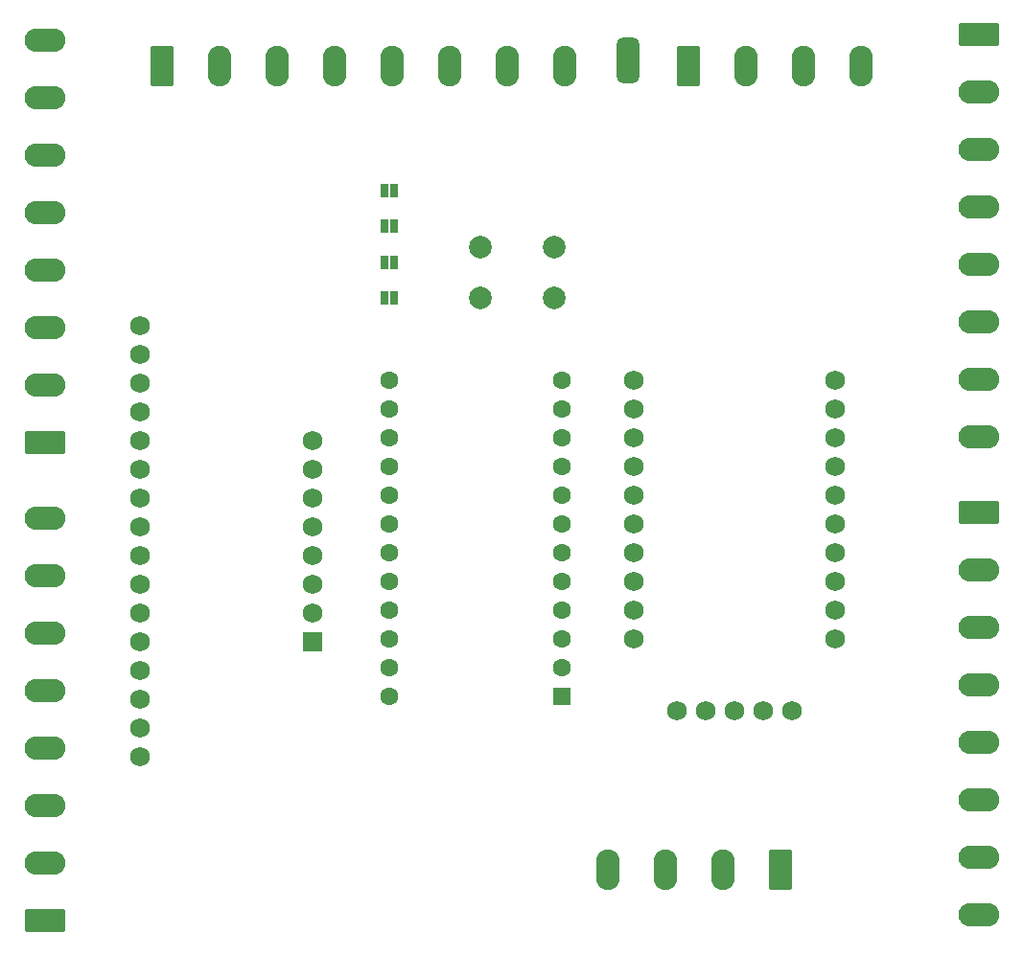
<source format=gbr>
%TF.GenerationSoftware,KiCad,Pcbnew,9.0.6*%
%TF.CreationDate,2026-02-03T15:32:43-08:00*%
%TF.ProjectId,FlightSimIOBoard,466c6967-6874-4536-996d-494f426f6172,rev?*%
%TF.SameCoordinates,Original*%
%TF.FileFunction,Soldermask,Top*%
%TF.FilePolarity,Negative*%
%FSLAX46Y46*%
G04 Gerber Fmt 4.6, Leading zero omitted, Abs format (unit mm)*
G04 Created by KiCad (PCBNEW 9.0.6) date 2026-02-03 15:32:43*
%MOMM*%
%LPD*%
G01*
G04 APERTURE LIST*
G04 Aperture macros list*
%AMRoundRect*
0 Rectangle with rounded corners*
0 $1 Rounding radius*
0 $2 $3 $4 $5 $6 $7 $8 $9 X,Y pos of 4 corners*
0 Add a 4 corners polygon primitive as box body*
4,1,4,$2,$3,$4,$5,$6,$7,$8,$9,$2,$3,0*
0 Add four circle primitives for the rounded corners*
1,1,$1+$1,$2,$3*
1,1,$1+$1,$4,$5*
1,1,$1+$1,$6,$7*
1,1,$1+$1,$8,$9*
0 Add four rect primitives between the rounded corners*
20,1,$1+$1,$2,$3,$4,$5,0*
20,1,$1+$1,$4,$5,$6,$7,0*
20,1,$1+$1,$6,$7,$8,$9,0*
20,1,$1+$1,$8,$9,$2,$3,0*%
G04 Aperture macros list end*
%ADD10C,1.734000*%
%ADD11RoundRect,0.249999X-1.550001X0.790001X-1.550001X-0.790001X1.550001X-0.790001X1.550001X0.790001X0*%
%ADD12O,3.600000X2.080000*%
%ADD13RoundRect,0.102000X-0.765000X-0.765000X0.765000X-0.765000X0.765000X0.765000X-0.765000X0.765000X0*%
%ADD14RoundRect,0.249999X1.550001X-0.790001X1.550001X0.790001X-1.550001X0.790001X-1.550001X-0.790001X0*%
%ADD15RoundRect,0.500000X-0.500000X-1.500000X0.500000X-1.500000X0.500000X1.500000X-0.500000X1.500000X0*%
%ADD16R,0.635000X1.270000*%
%ADD17R,1.600000X1.600000*%
%ADD18C,1.600000*%
%ADD19RoundRect,0.249999X-0.790001X-1.550001X0.790001X-1.550001X0.790001X1.550001X-0.790001X1.550001X0*%
%ADD20O,2.080000X3.600000*%
%ADD21C,2.000000*%
%ADD22RoundRect,0.249999X0.790001X1.550001X-0.790001X1.550001X-0.790001X-1.550001X0.790001X-1.550001X0*%
G04 APERTURE END LIST*
D10*
%TO.C,U3*%
X137530000Y-109650000D03*
X141340000Y-116000000D03*
X155310000Y-109650000D03*
X151500000Y-116000000D03*
X155310000Y-104570000D03*
X155310000Y-102030000D03*
X155310000Y-99490000D03*
X155310000Y-96950000D03*
X155310000Y-94410000D03*
X155310000Y-91870000D03*
X155310000Y-89330000D03*
X155310000Y-86790000D03*
X137530000Y-86790000D03*
X137530000Y-89330000D03*
X137530000Y-91870000D03*
X137530000Y-94410000D03*
X137530000Y-96950000D03*
X137530000Y-99490000D03*
X137530000Y-102030000D03*
X137530000Y-104570000D03*
X148960000Y-116000000D03*
X146420000Y-116000000D03*
X143880000Y-116000000D03*
X137530000Y-107110000D03*
X155310000Y-107110000D03*
%TD*%
D11*
%TO.C,J6*%
X168000000Y-98420000D03*
D12*
X168000000Y-103500000D03*
X168000000Y-108580000D03*
X168000000Y-113660000D03*
X168000000Y-118740000D03*
X168000000Y-123820000D03*
X168000000Y-128900000D03*
X168000000Y-133980000D03*
%TD*%
D10*
%TO.C,U2*%
X93880000Y-120050000D03*
X93880000Y-117510000D03*
X93880000Y-114970000D03*
X93880000Y-112430000D03*
X93880000Y-109890000D03*
X93880000Y-107350000D03*
X93880000Y-104810000D03*
X93880000Y-102270000D03*
X93880000Y-99730000D03*
X93880000Y-97190000D03*
X93880000Y-94650000D03*
X93880000Y-92110000D03*
X93880000Y-89570000D03*
X93880000Y-87030000D03*
X93880000Y-84490000D03*
X93880000Y-81950000D03*
D13*
X109120000Y-109890000D03*
D10*
X109120000Y-107350000D03*
X109120000Y-104810000D03*
X109120000Y-102270000D03*
X109120000Y-99730000D03*
X109120000Y-97190000D03*
X109120000Y-94650000D03*
X109120000Y-92110000D03*
%TD*%
D14*
%TO.C,J2*%
X85500000Y-92240000D03*
D12*
X85500000Y-87160000D03*
X85500000Y-82080000D03*
X85500000Y-77000000D03*
X85500000Y-71920000D03*
X85500000Y-66840000D03*
X85500000Y-61760000D03*
X85500000Y-56680000D03*
%TD*%
D11*
%TO.C,J5*%
X168000000Y-56180000D03*
D12*
X168000000Y-61260000D03*
X168000000Y-66340000D03*
X168000000Y-71420000D03*
X168000000Y-76500000D03*
X168000000Y-81580000D03*
X168000000Y-86660000D03*
X168000000Y-91740000D03*
%TD*%
D15*
%TO.C,J7*%
X137000000Y-58500000D03*
%TD*%
D16*
%TO.C,JP1*%
X115500000Y-69946800D03*
X116312800Y-69946800D03*
%TD*%
D17*
%TO.C,U1*%
X131120000Y-114700000D03*
D18*
X131120000Y-112160000D03*
X131120000Y-109620000D03*
X131120000Y-107080000D03*
X131120000Y-104540000D03*
X131120000Y-102000000D03*
X131120000Y-99460000D03*
X131120000Y-96920000D03*
X131120000Y-94380000D03*
X131120000Y-91840000D03*
X131120000Y-89300000D03*
X131120000Y-86760000D03*
X115880000Y-86760000D03*
X115880000Y-89300000D03*
X115880000Y-91840000D03*
X115880000Y-94380000D03*
X115880000Y-96920000D03*
X115880000Y-99460000D03*
X115880000Y-102000000D03*
X115880000Y-104540000D03*
X115880000Y-107080000D03*
X115880000Y-109620000D03*
X115880000Y-112160000D03*
X115880000Y-114700000D03*
%TD*%
D19*
%TO.C,J4*%
X142340000Y-59000000D03*
D20*
X147420000Y-59000000D03*
X152500000Y-59000000D03*
X157580000Y-59000000D03*
%TD*%
D16*
%TO.C,JP3*%
X115500000Y-76315600D03*
X116312800Y-76315600D03*
%TD*%
D19*
%TO.C,J3*%
X95840000Y-59000000D03*
D20*
X100920000Y-59000000D03*
X106000000Y-59000000D03*
X111080000Y-59000000D03*
X116160000Y-59000000D03*
X121240000Y-59000000D03*
X126320000Y-59000000D03*
X131400000Y-59000000D03*
%TD*%
D21*
%TO.C,RESET_SW*%
X124000000Y-75000000D03*
X130500000Y-75000000D03*
X124000000Y-79500000D03*
X130500000Y-79500000D03*
%TD*%
D16*
%TO.C,JP4*%
X115500000Y-79500000D03*
X116312800Y-79500000D03*
%TD*%
D14*
%TO.C,J1*%
X85500000Y-134500000D03*
D12*
X85500000Y-129420000D03*
X85500000Y-124340000D03*
X85500000Y-119260000D03*
X85500000Y-114180000D03*
X85500000Y-109100000D03*
X85500000Y-104020000D03*
X85500000Y-98940000D03*
%TD*%
D16*
%TO.C,JP2*%
X115500000Y-73131200D03*
X116312800Y-73131200D03*
%TD*%
D22*
%TO.C,J8*%
X150500000Y-130000000D03*
D20*
X145420000Y-130000000D03*
X140340000Y-130000000D03*
X135260000Y-130000000D03*
%TD*%
M02*

</source>
